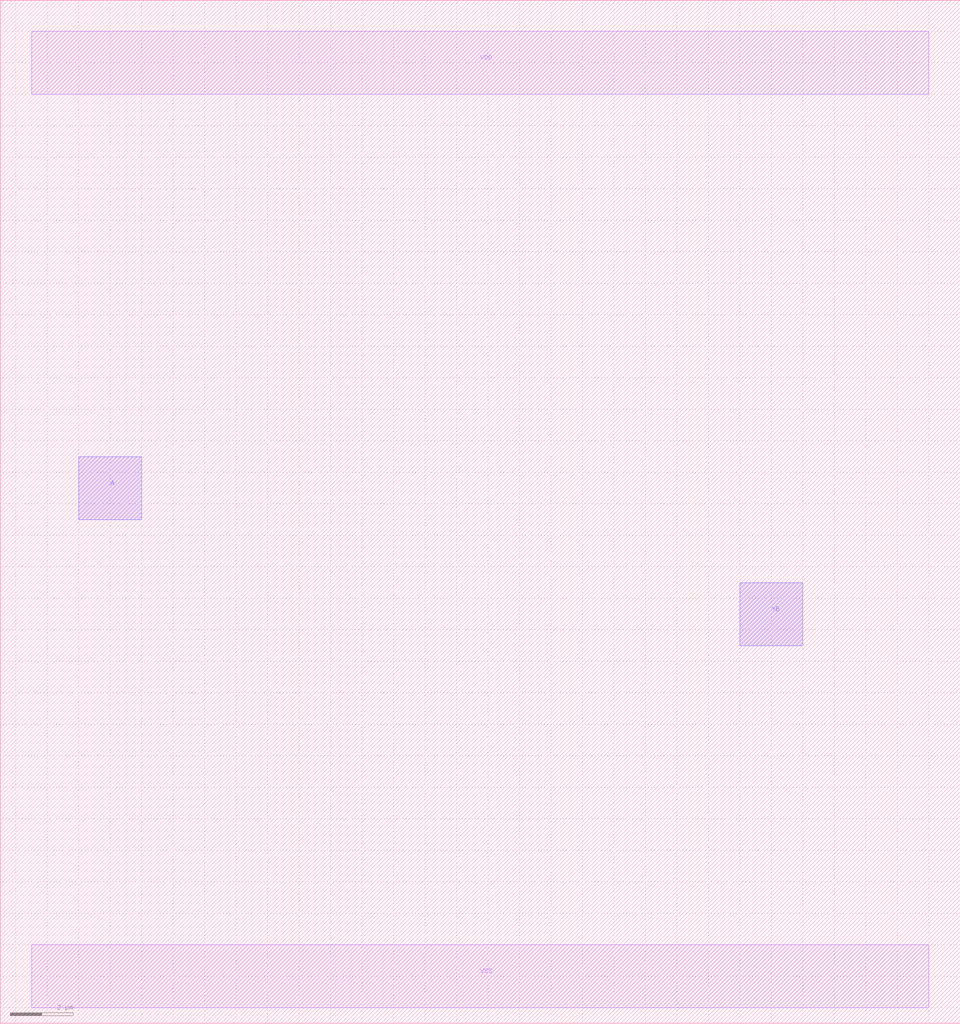
<source format=lef>
# C:/Users/akita/Documents/inv8.lef
# Created by Glade release version 4.7.35 compiled on May 19 2020 19:14:35
# Run by akita on host LAPTOP-E0CJ65QR at Wed Jun  3 17:36:33 2020

VERSION 5.6 ;
NAMESCASESENSITIVE ON ;
BUSBITCHARS "[]" ;
DIVIDERCHAR "/"  ;
UNITS
    DATABASE MICRONS 1000 ;
END UNITS

MACRO inv8
    CLASS core ;
    FOREIGN inv8 -1.500 -1.500 ;
    ORIGIN 1.500 1.500 ;
    SIZE 30.500 BY 32.500 ;
    PIN YB
        DIRECTION OUTPUT ;
        USE SIGNAL ;
        PORT
        LAYER ML2 ;
        RECT 22.000 10.500 24.000 12.500 ;
        LAYER ML1 ;
        RECT 22.000 10.500 24.000 12.500 ;
        END
    END YB
    PIN VDD
        DIRECTION INOUT ;
        USE POWER ;
        PORT
        LAYER ML1 ;
        RECT -0.500 28.000 28.000 30.000 ;
        END
    END VDD
    PIN VSS
        DIRECTION INOUT ;
        USE GROUND ;
        PORT
        LAYER ML1 ;
        RECT -0.500 -1.000 28.000 1.000 ;
        END
    END VSS
    PIN A
        DIRECTION INPUT ;
        USE SIGNAL ;
        PORT
        LAYER ML2 ;
        RECT 1.000 14.500 3.000 16.500 ;
        LAYER ML1 ;
        RECT 1.000 14.500 3.000 16.500 ;
        END
    END A
    OBS
    END
END inv8

END LIBRARY

</source>
